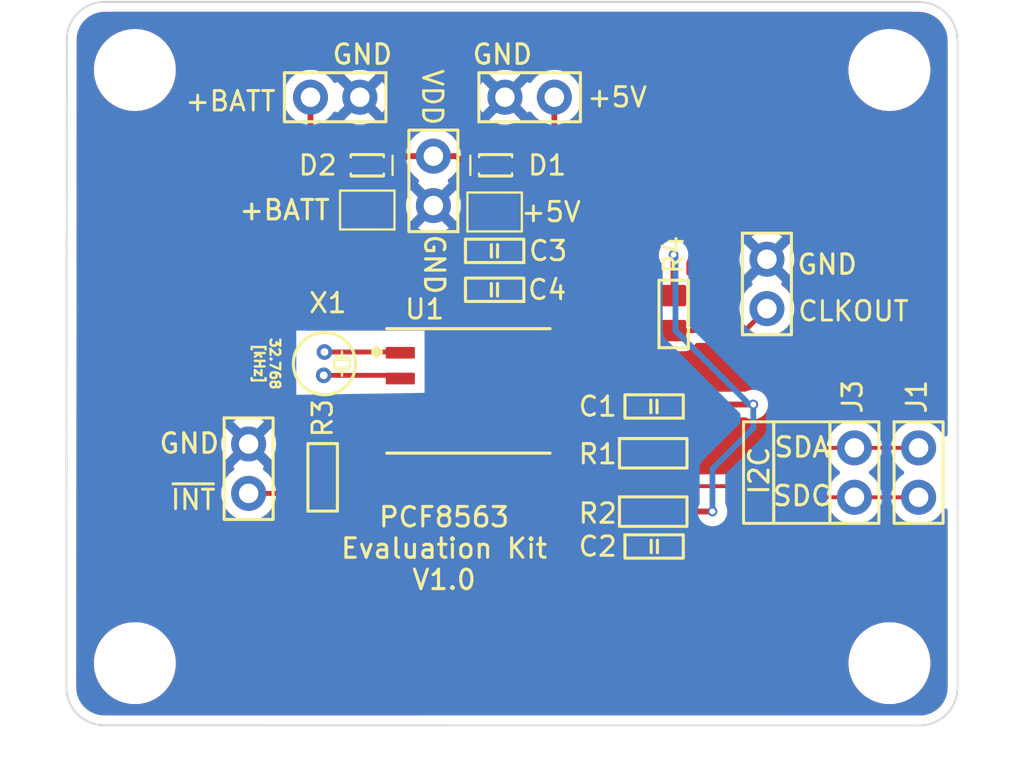
<source format=kicad_pcb>
(kicad_pcb (version 20211014) (generator pcbnew)
  (layers (0 "F.Cu" signal) (31 "B.Cu" signal) (34 "B.Paste" user) (35 "F.Paste" user) (36 "B.SilkS" user "B.Silkscreen") (37 "F.SilkS" user "F.Silkscreen") (38 "B.Mask" user) (39 "F.Mask" user) (44 "Edge.Cuts" user))
  (net 0 "")
  (net 1 "GND")
  (net 2 "/I2C_SCL")
  (net 3 "/I2C_SDA")
  (net 4 "VDD")
  (net 5 "+5V")
  (net 6 "+BATT")
  (net 7 "/CLKOUT")
  (net 8 "/CLKI")
  (net 9 "/CLKO")
  (net 10 "/~{INT}")
  (footprint "workshop_footprints:D0603" (layer "F.Cu") (at 119.65 78.4)
    (fp_text reference "D2" (at -2.55 0 unlocked) (layer "F.SilkS"))
    (fp_text value "D")
    (fp_line (start -0.85 -0.55) (end -0.85 -0.41) (layer "F.SilkS") (width 0.12))
    (fp_line (start 0.85 0.42) (end 0.85 0.56) (layer "F.SilkS") (width 0.12))
    (fp_line (start 0.85 -0.55) (end 0.85 -0.42) (layer "F.SilkS") (width 0.12))
    (fp_line (start 0.8 0.55) (end -0.8 0.55) (layer "F.SilkS") (width 0.16))
    (fp_line (start 1.3 -0.5) (end 1.3 0.5) (layer "F.SilkS") (width 0.12))
    (fp_line (start 0.8 -0.55) (end -0.8 -0.55) (layer "F.SilkS") (width 0.16))
    (fp_line (start -0.85 0.42) (end -0.85 0.56) (layer "F.SilkS") (width 0.12))
    (pad "1" smd roundrect (at -0.8 0) (size 0.7 0.7) (layers "F.Cu" "F.Paste" "F.Mask") (roundrect_rratio 0.1) (net 6 "+BATT"))
    (pad "2" smd roundrect (at 0.8 0) (size 0.7 0.7) (layers "F.Cu" "F.Paste" "F.Mask") (roundrect_rratio 0.1) (net 4 "VDD"))
  )
  (footprint "footprints:MountingHole_3.2mm_M3" (layer "F.Cu") (at 146.5 73.5)
    (fp_text reference "H2" hide)
    (fp_text value "MountingHole_Pad")
    (pad "" np_thru_hole circle (at 0 0) (size 3.2 3.2) (drill 3.2) (layers *.Cu *.Mask))
  )
  (footprint "footprints:MountingHole_3.2mm_M3" (layer "F.Cu") (at 107.7 73.5)
    (fp_text reference "H1" hide)
    (fp_text value "MountingHole_Pad")
    (pad "" np_thru_hole circle (at 0 0) (size 3.2 3.2) (drill 3.2) (layers *.Cu *.Mask))
  )
  (footprint "workshop_footprints:CONN_2P" (layer "F.Cu") (at 113.55 94 90)
    (fp_text reference "~{INT}" (at -1.6 -2.85 unlocked) (layer "F.SilkS"))
    (fp_text value "CONN_2P")
    (fp_rect (start 2.61 -1.26) (end -2.61 1.26) (layer "F.SilkS") (width 0.16) (fill none))
    (pad "1" thru_hole circle (at -1.27 0 90) (size 1.8 1.8) (drill 1) (layers *.Cu *.Mask) (net 10 "/~{INT}"))
    (pad "2" thru_hole circle (at 1.27 0 90) (size 1.8 1.8) (drill 1) (layers *.Cu *.Mask) (net 1 "GND"))
  )
  (footprint "workshop_footprints:CRYSTAL_DT38" (layer "F.Cu") (at 117.45 88.6 -90)
    (fp_text reference "X1" (at -3.12 -0.17 unlocked) (layer "F.SilkS"))
    (fp_text value "32.768 kHz")
    (fp_line (start 0.62 -0.9) (end 0.36 -0.9) (layer "F.SilkS") (width 0.12))
    (fp_line (start -0.37 -0.9) (end -0.63 -0.9) (layer "F.SilkS") (width 0.12))
    (fp_line (start 0.36 -1.2) (end 0.36 -0.6) (layer "F.SilkS") (width 0.12))
    (fp_line (start -0.36 -1.2) (end -0.36 -0.6) (layer "F.SilkS") (width 0.12))
    (fp_rect (start -0.2 -1.3) (end 0.2 -0.5) (layer "F.SilkS") (width 0.12) (fill none))
    (fp_circle (center 0 0) (end 1.6 0) (layer "F.SilkS") (width 0.16) (fill none))
    (pad "1" thru_hole circle (at -0.6 0 270) (size 0.8 0.8) (drill 0.4) (layers *.Cu *.Mask) (net 8 "/CLKI"))
    (pad "2" thru_hole circle (at 0.6 0.04 270) (size 0.8 0.8) (drill 0.4) (layers *.Cu *.Mask) (net 9 "/CLKO"))
  )
  (footprint "workshop_footprints:R0603" (layer "F.Cu") (at 135.4 86 90)
    (fp_text reference "R4" (at 3 0 90 unlocked) (layer "F.SilkS"))
    (fp_text value "2.2k")
    (fp_rect (start -1.78 -0.75) (end 1.69 0.765) (layer "F.SilkS") (width 0.16) (fill none))
    (pad "1" smd roundrect (at -0.9 0 90) (size 1.1 1.3) (layers "F.Cu" "F.Paste" "F.Mask") (roundrect_rratio 0.1) (net 7 "/CLKOUT"))
    (pad "2" smd roundrect (at 0.9 0 270) (size 1.1 1.3) (layers "F.Cu" "F.Paste" "F.Mask") (roundrect_rratio 0.1) (net 4 "VDD"))
  )
  (footprint "workshop_footprints:C0603" (layer "F.Cu") (at 134.4 90.8 180)
    (fp_text reference "C1" (at 2.9 0 unlocked) (layer "F.SilkS"))
    (fp_text value "10pF 1%")
    (fp_line (start -0.15 -0.32) (end -0.15 0.32) (layer "F.SilkS") (width 0.16))
    (fp_line (start 0.17 -0.32) (end 0.17 0.32) (layer "F.SilkS") (width 0.16))
    (fp_rect (start -1.5 -0.6) (end 1.5 0.6) (layer "F.SilkS") (width 0.16) (fill none))
    (pad "1" smd roundrect (at -0.85 0 180) (size 1 0.8) (layers "F.Cu" "F.Paste" "F.Mask") (roundrect_rratio 0.1) (net 1 "GND"))
    (pad "2" smd roundrect (at 0.85 0 180) (size 1 0.8) (layers "F.Cu" "F.Paste" "F.Mask") (roundrect_rratio 0.1) (net 2 "/I2C_SCL"))
  )
  (footprint "workshop_footprints:PCF8563_SO8" (layer "F.Cu") (at 124.85 90 -90)
    (fp_text reference "U1" (at -4.2 2.25 unlocked) (layer "F.SilkS"))
    (fp_text value "PCF8563")
    (fp_line (start 3.2 4.2) (end 3.2 -4.2) (layer "F.SilkS") (width 0.16))
    (fp_line (start -3.2 4.2) (end -3.2 -4.2) (layer "F.SilkS") (width 0.16))
    (fp_circle (center -2 4.7) (end -1.776393 4.7) (layer "F.SilkS") (width 0.16) (fill solid))
    (pad "1" smd roundrect (at -1.96 3.5 270) (size 0.6 1.5) (layers "F.Cu" "F.Paste" "F.Mask") (roundrect_rratio 0.1) (net 8 "/CLKI"))
    (pad "2" smd roundrect (at -0.635 3.5 270) (size 0.6 1.5) (layers "F.Cu" "F.Paste" "F.Mask") (roundrect_rratio 0.1) (net 9 "/CLKO"))
    (pad "3" smd roundrect (at 0.635 3.5 270) (size 0.6 1.5) (layers "F.Cu" "F.Paste" "F.Mask") (roundrect_rratio 0.1) (net 10 "/~{INT}"))
    (pad "4" smd roundrect (at 1.905 3.5 270) (size 0.6 1.5) (layers "F.Cu" "F.Paste" "F.Mask") (roundrect_rratio 0.1) (net 1 "GND"))
    (pad "5" smd roundrect (at 1.905 -3.5 270) (size 0.6 1.5) (layers "F.Cu" "F.Paste" "F.Mask") (roundrect_rratio 0.1) (net 3 "/I2C_SDA"))
    (pad "6" smd roundrect (at 0.635 -3.5 270) (size 0.6 1.5) (layers "F.Cu" "F.Paste" "F.Mask") (roundrect_rratio 0.1) (net 2 "/I2C_SCL"))
    (pad "7" smd roundrect (at -0.635 -3.5 270) (size 0.6 1.5) (layers "F.Cu" "F.Paste" "F.Mask") (roundrect_rratio 0.1) (net 7 "/CLKOUT"))
    (pad "8" smd roundrect (at -1.96 -3.5 270) (size 0.6 1.5) (layers "F.Cu" "F.Paste" "F.Mask") (roundrect_rratio 0.1) (net 4 "VDD"))
  )
  (footprint "workshop_footprints:CONN_2P" (layer "F.Cu") (at 118 74.9)
    (fp_text reference "+BATT" (at -5.38 0.2 unlocked) (layer "F.SilkS"))
    (fp_text value "CONN_2P")
    (fp_rect (start 2.61 -1.26) (end -2.61 1.26) (layer "F.SilkS") (width 0.16) (fill none))
    (pad "1" thru_hole circle (at -1.27 0) (size 1.8 1.8) (drill 1) (layers *.Cu *.Mask) (net 6 "+BATT"))
    (pad "2" thru_hole circle (at 1.27 0) (size 1.8 1.8) (drill 1) (layers *.Cu *.Mask) (net 1 "GND"))
  )
  (footprint "Jumper:SolderJumper-2_P1.3mm_Bridged2Bar_Pad1.0x1.5mm" (layer "F.Cu") (at 126.2 80.8)
    (fp_text reference "+5V" (at 2.9 0 180) (layer "F.SilkS"))
    (fp_text value "SolderJumper_2_Open")
    (fp_poly (pts (xy -0.25 -0.6) (xy 0.25 -0.6) (xy 0.25 -0.2) (xy -0.25 -0.2)) (layer "F.Cu") (width 0) (fill solid))
    (fp_poly (pts (xy -0.25 0.2) (xy 0.25 0.2) (xy 0.25 0.6) (xy -0.25 0.6)) (layer "F.Cu") (width 0) (fill solid))
    (fp_line (start -1.4 1) (end -1.4 -1) (layer "F.SilkS") (width 0.12))
    (fp_line (start 1.4 -1) (end 1.4 1) (layer "F.SilkS") (width 0.12))
    (fp_line (start -1.4 -1) (end 1.4 -1) (layer "F.SilkS") (width 0.12))
    (fp_line (start 1.4 1) (end -1.4 1) (layer "F.SilkS") (width 0.12))
    (pad "1" smd rect (at -0.65 0) (size 1 1.5) (layers "F.Cu" "F.Mask") (net 4 "VDD"))
    (pad "2" smd rect (at 0.65 0) (size 1 1.5) (layers "F.Cu" "F.Mask") (net 5 "+5V"))
  )
  (footprint "workshop_footprints:CONN_2P" (layer "F.Cu") (at 123.05 79.2 -90)
    (fp_text reference "VDD" (at -4.3 0.05 -90 unlocked) (layer "F.SilkS"))
    (fp_text value "CONN_2P")
    (fp_rect (start 2.61 -1.26) (end -2.61 1.26) (layer "F.SilkS") (width 0.16) (fill none))
    (pad "1" thru_hole circle (at -1.27 0 270) (size 1.8 1.8) (drill 1) (layers *.Cu *.Mask) (net 4 "VDD"))
    (pad "2" thru_hole circle (at 1.27 0 270) (size 1.8 1.8) (drill 1) (layers *.Cu *.Mask) (net 1 "GND"))
  )
  (footprint "workshop_footprints:R0603" (layer "F.Cu") (at 134.4 93.2)
    (fp_text reference "R1" (at -2.9 0.05 unlocked) (layer "F.SilkS"))
    (fp_text value "2.2k")
    (fp_rect (start -1.78 -0.75) (end 1.69 0.765) (layer "F.SilkS") (width 0.16) (fill none))
    (pad "1" smd roundrect (at -0.9 0) (size 1.1 1.3) (layers "F.Cu" "F.Paste" "F.Mask") (roundrect_rratio 0.1) (net 2 "/I2C_SCL"))
    (pad "2" smd roundrect (at 0.9 0 180) (size 1.1 1.3) (layers "F.Cu" "F.Paste" "F.Mask") (roundrect_rratio 0.1) (net 4 "VDD"))
  )
  (footprint "Jumper:SolderJumper-2_P1.3mm_Bridged2Bar_Pad1.0x1.5mm" (layer "F.Cu") (at 119.65 80.7 180)
    (fp_text reference "+BATT" (at 4.25 0) (layer "F.SilkS") (effects (font (thickness 0.16))))
    (fp_text value "SolderJumper_2_Open")
    (fp_poly (pts (xy -0.25 -0.6) (xy 0.25 -0.6) (xy 0.25 -0.2) (xy -0.25 -0.2)) (layer "F.Cu") (width 0) (fill solid))
    (fp_poly (pts (xy -0.25 0.2) (xy 0.25 0.2) (xy 0.25 0.6) (xy -0.25 0.6)) (layer "F.Cu") (width 0) (fill solid))
    (fp_line (start 1.4 -1) (end 1.4 1) (layer "F.SilkS") (width 0.12))
    (fp_line (start -1.4 1) (end -1.4 -1) (layer "F.SilkS") (width 0.12))
    (fp_line (start -1.4 -1) (end 1.4 -1) (layer "F.SilkS") (width 0.12))
    (fp_line (start 1.4 1) (end -1.4 1) (layer "F.SilkS") (width 0.12))
    (pad "1" smd rect (at -0.65 0 180) (size 1 1.5) (layers "F.Cu" "F.Mask") (net 4 "VDD"))
    (pad "2" smd rect (at 0.65 0 180) (size 1 1.5) (layers "F.Cu" "F.Mask") (net 6 "+BATT"))
  )
  (footprint "footprints:MountingHole_3.2mm_M3" (layer "F.Cu") (at 107.7 104)
    (fp_text reference "H3" hide)
    (fp_text value "MountingHole_Pad")
    (pad "" np_thru_hole circle (at 0 0) (size 3.2 3.2) (drill 3.2) (layers *.Cu *.Mask))
  )
  (footprint "workshop_footprints:R0603" (layer "F.Cu") (at 117.35 94.4 90)
    (fp_text reference "R3" (at 3 0 90 unlocked) (layer "F.SilkS"))
    (fp_text value "2.2k")
    (fp_rect (start -1.78 -0.75) (end 1.69 0.765) (layer "F.SilkS") (width 0.16) (fill none))
    (pad "1" smd roundrect (at -0.9 0 90) (size 1.1 1.3) (layers "F.Cu" "F.Paste" "F.Mask") (roundrect_rratio 0.1) (net 10 "/~{INT}"))
    (pad "2" smd roundrect (at 0.9 0 270) (size 1.1 1.3) (layers "F.Cu" "F.Paste" "F.Mask") (roundrect_rratio 0.1) (net 4 "VDD"))
  )
  (footprint "workshop_footprints:CONN_2P" (layer "F.Cu") (at 148 94.2 90)
    (fp_text reference "J1" (at 3.9 -0.1 90 unlocked) (layer "F.SilkS"))
    (fp_text value "CONN_2P")
    (fp_rect (start 2.61 -1.26) (end -2.61 1.26) (layer "F.SilkS") (width 0.16) (fill none))
    (pad "1" thru_hole circle (at -1.27 0 90) (size 1.8 1.8) (drill 1) (layers *.Cu *.Mask) (net 3 "/I2C_SDA"))
    (pad "2" thru_hole circle (at 1.27 0 90) (size 1.8 1.8) (drill 1) (layers *.Cu *.Mask) (net 2 "/I2C_SCL"))
  )
  (footprint "Fiducial:Fiducial_0.5mm_Mask1.5mm" (layer "F.Cu") (at 116.55 101.4)
    (fp_text reference "FID2" hide)
    (fp_text value "Fiducial")
    (pad "" smd circle (at 0 0) (size 0.5 0.5) (layers "F.Cu" "F.Mask") (clearance 0.5))
  )
  (footprint "footprints:MountingHole_3.2mm_M3" (layer "F.Cu") (at 146.5 104)
    (fp_text reference "H4" hide)
    (fp_text value "MountingHole_Pad")
    (pad "" np_thru_hole circle (at 0 0) (size 3.2 3.2) (drill 3.2) (layers *.Cu *.Mask))
  )
  (footprint "workshop_footprints:CONN_2P" (layer "F.Cu") (at 128 74.9 180)
    (fp_text reference "+5V" (at -4.5 0 unlocked) (layer "F.SilkS"))
    (fp_text value "CONN_2P")
    (fp_rect (start 2.61 -1.26) (end -2.61 1.26) (layer "F.SilkS") (width 0.16) (fill none))
    (pad "1" thru_hole circle (at -1.27 0 180) (size 1.8 1.8) (drill 1) (layers *.Cu *.Mask) (net 5 "+5V"))
    (pad "2" thru_hole circle (at 1.27 0 180) (size 1.8 1.8) (drill 1) (layers *.Cu *.Mask) (net 1 "GND"))
  )
  (footprint "Fiducial:Fiducial_0.5mm_Mask1.5mm" (layer "F.Cu") (at 140.85 78.4)
    (fp_text reference "FID3" hide)
    (fp_text value "Fiducial")
    (pad "" smd circle (at 0 0) (size 0.5 0.5) (layers "F.Cu" "F.Mask") (clearance 0.5))
  )
  (footprint "Fiducial:Fiducial_0.5mm_Mask1.5mm" (layer "F.Cu") (at 141.05 101.6)
    (fp_text reference "FID1" hide)
    (fp_text value "Fiducial")
    (pad "" smd circle (at 0 0) (size 0.5 0.5) (layers "F.Cu" "F.Mask") (clearance 0.5))
  )
  (footprint "workshop_footprints:D0603" (layer "F.Cu") (at 126.25 78.4 180)
    (fp_text reference "D1" (at -2.65 0 unlocked) (layer "F.SilkS"))
    (fp_text value "D")
    (fp_line (start 1.3 -0.5) (end 1.3 0.5) (layer "F.SilkS") (width 0.12))
    (fp_line (start 0.8 0.55) (end -0.8 0.55) (layer "F.SilkS") (width 0.16))
    (fp_line (start -0.85 0.42) (end -0.85 0.56) (layer "F.SilkS") (width 0.12))
    (fp_line (start 0.85 0.42) (end 0.85 0.56) (layer "F.SilkS") (width 0.12))
    (fp_line (start 0.8 -0.55) (end -0.8 -0.55) (layer "F.SilkS") (width 0.16))
    (fp_line (start -0.85 -0.55) (end -0.85 -0.41) (layer "F.SilkS") (width 0.12))
    (fp_line (start 0.85 -0.55) (end 0.85 -0.42) (layer "F.SilkS") (width 0.12))
    (pad "1" smd roundrect (at -0.8 0 180) (size 0.7 0.7) (layers "F.Cu" "F.Paste" "F.Mask") (roundrect_rratio 0.1) (net 5 "+5V"))
    (pad "2" smd roundrect (at 0.8 0 180) (size 0.7 0.7) (layers "F.Cu" "F.Paste" "F.Mask") (roundrect_rratio 0.1) (net 4 "VDD"))
  )
  (footprint "workshop_footprints:CONN_2P" (layer "F.Cu") (at 144.7 94.2 90)
    (fp_text reference "J3" (at 3.9 -0.1 90 unlocked) (layer "F.SilkS"))
    (fp_text value "CONN_2P")
    (fp_rect (start 2.61 -1.26) (end -2.61 1.26) (layer "F.SilkS") (width 0.16) (fill none))
    (pad "1" thru_hole circle (at -1.27 0 90) (size 1.8 1.8) (drill 1) (layers *.Cu *.Mask) (net 3 "/I2C_SDA"))
    (pad "2" thru_hole circle (at 1.27 0 90) (size 1.8 1.8) (drill 1) (layers *.Cu *.Mask) (net 2 "/I2C_SCL"))
  )
  (footprint "workshop_footprints:C0603" (layer "F.Cu") (at 126.2 82.8 180)
    (fp_text reference "C3" (at -2.75 0 unlocked) (layer "F.SilkS"))
    (fp_text value "100nF")
    (fp_line (start -0.15 -0.32) (end -0.15 0.32) (layer "F.SilkS") (width 0.16))
    (fp_line (start 0.17 -0.32) (end 0.17 0.32) (layer "F.SilkS") (width 0.16))
    (fp_rect (start -1.5 -0.6) (end 1.5 0.6) (layer "F.SilkS") (width 0.16) (fill none))
    (pad "1" smd roundrect (at -0.85 0 180) (size 1 0.8) (layers "F.Cu" "F.Paste" "F.Mask") (roundrect_rratio 0.1) (net 1 "GND"))
    (pad "2" smd roundrect (at 0.85 0 180) (size 1 0.8) (layers "F.Cu" "F.Paste" "F.Mask") (roundrect_rratio 0.1) (net 4 "VDD"))
  )
  (footprint "workshop_footprints:R0603" (layer "F.Cu") (at 134.4 96.2)
    (fp_text reference "R2" (at -2.9 0.1 unlocked) (layer "F.SilkS"))
    (fp_text value "2.2k")
    (fp_rect (start -1.78 -0.75) (end 1.69 0.765) (layer "F.SilkS") (width 0.16) (fill none))
    (pad "1" smd roundrect (at -0.9 0) (size 1.1 1.3) (layers "F.Cu" "F.Paste" "F.Mask") (roundrect_rratio 0.1) (net 3 "/I2C_SDA"))
    (pad "2" smd roundrect (at 0.9 0 180) (size 1.1 1.3) (layers "F.Cu" "F.Paste" "F.Mask") (roundrect_rratio 0.1) (net 4 "VDD"))
  )
  (footprint "workshop_footprints:C0603" (layer "F.Cu") (at 126.2 84.8 180)
    (fp_text reference "C4" (at -2.7 0 unlocked) (layer "F.SilkS"))
    (fp_text value "100nF")
    (fp_line (start 0.17 -0.32) (end 0.17 0.32) (layer "F.SilkS") (width 0.16))
    (fp_line (start -0.15 -0.32) (end -0.15 0.32) (layer "F.SilkS") (width 0.16))
    (fp_rect (start -1.5 -0.6) (end 1.5 0.6) (layer "F.SilkS") (width 0.16) (fill none))
    (pad "1" smd roundrect (at -0.85 0 180) (size 1 0.8) (layers "F.Cu" "F.Paste" "F.Mask") (roundrect_rratio 0.1) (net 1 "GND"))
    (pad "2" smd roundrect (at 0.85 0 180) (size 1 0.8) (layers "F.Cu" "F.Paste" "F.Mask") (roundrect_rratio 0.1) (net 4 "VDD"))
  )
  (footprint "workshop_footprints:CONN_2P" (layer "F.Cu") (at 140.2 84.5 90)
    (fp_text reference "CLKOUT" (at -1.4 4.45 unlocked) (layer "F.SilkS"))
    (fp_text value "CONN_2P")
    (fp_rect (start 2.61 -1.26) (end -2.61 1.26) (layer "F.SilkS") (width 0.16) (fill none))
    (pad "1" thru_hole circle (at -1.27 0 90) (size 1.8 1.8) (drill 1) (layers *.Cu *.Mask) (net 7 "/CLKOUT"))
    (pad "2" thru_hole circle (at 1.27 0 90) (size 1.8 1.8) (drill 1) (layers *.Cu *.Mask) (net 1 "GND"))
  )
  (footprint "workshop_footprints:C0603" (layer "F.Cu") (at 134.4 98)
    (fp_text reference "C2" (at -2.9 0 unlocked) (layer "F.SilkS"))
    (fp_text value "10pF 1%")
    (fp_line (start -0.15 -0.32) (end -0.15 0.32) (layer "F.SilkS") (width 0.16))
    (fp_line (start 0.17 -0.32) (end 0.17 0.32) (layer "F.SilkS") (width 0.16))
    (fp_rect (start -1.5 -0.6) (end 1.5 0.6) (layer "F.SilkS") (width 0.16) (fill none))
    (pad "1" smd roundrect (at -0.85 0) (size 1 0.8) (layers "F.Cu" "F.Paste" "F.Mask") (roundrect_rratio 0.1) (net 1 "GND"))
    (pad "2" smd roundrect (at 0.85 0) (size 1 0.8) (layers "F.Cu" "F.Paste" "F.Mask") (roundrect_rratio 0.1) (net 3 "/I2C_SDA"))
  )
  (gr_rect (start 140.55 91.59) (end 143.44 96.81) (layer "F.SilkS") (width 0.15) (fill none))
  (gr_rect (start 139 91.59) (end 140.55 96.81) (layer "F.SilkS") (width 0.15) (fill none))
  (gr_arc (start 106.079131 107.192325) (mid 104.714917 106.585828) (end 104.179131 105.192325) (layer "Edge.Cuts") (width 0.1))
  (gr_arc (start 148 70) (mid 149.414214 70.585786) (end 150 72) (layer "Edge.Cuts") (width 0.1))
  (gr_line (start 104.2 71.9) (end 104.179131 105.192325) (layer "Edge.Cuts") (width 0.1))
  (gr_line (start 106.079131 107.192325) (end 148 107.2) (layer "Edge.Cuts") (width 0.1))
  (gr_line (start 148 70) (end 106.2 70) (layer "Edge.Cuts") (width 0.1))
  (gr_arc (start 104.2 71.9) (mid 104.806497 70.535786) (end 106.2 70) (layer "Edge.Cuts") (width 0.1))
  (gr_arc (start 150 105.3) (mid 149.393503 106.664214) (end 148 107.2) (layer "Edge.Cuts") (width 0.1))
  (gr_line (start 150 105.3) (end 150 72) (layer "Edge.Cuts") (width 0.1))
  (gr_text "Redon Tahiri\n" (at 127.3 104) (layer "F.Cu") (effects (font (size 1 1) (thickness 0.2))))
  (gr_text "I2C" (at 139.8 94.1 90) (layer "F.SilkS") (effects (font (size 1 1) (thickness 0.16))))
  (gr_text "SDC" (at 142 95.4) (layer "F.SilkS") (effects (font (size 1 1) (thickness 0.16))))
  (gr_text "PCF8563\nEvaluation Kit\nV1.0" (at 123.6 98.1) (layer "F.SilkS") (effects (font (size 1 1) (thickness 0.16))))
  (gr_text "SDA" (at 142 92.9) (layer "F.SilkS") (effects (font (size 1 1) (thickness 0.16))))
  (gr_text "GND" (at 110.5 92.7) (layer "F.SilkS") (effects (font (size 1 1) (thickness 0.16))))
  (gr_text "GND" (at 123.1 83.5 270) (layer "F.SilkS") (effects (font (size 1 1) (thickness 0.16))))
  (gr_text "GND" (at 119.4 72.7) (layer "F.SilkS") (effects (font (size 1 1) (thickness 0.16))))
  (gr_text "GND" (at 126.6 72.7) (layer "F.SilkS") (effects (font (size 1 1) (thickness 0.16))))
  (gr_text "32.768\n[kHz]" (at 114.5 88.6 270) (layer "F.SilkS") (effects (font (size 0.5 0.5) (thickness 0.125))))
  (gr_text "GND" (at 143.3 83.5) (layer "F.SilkS") (effects (font (size 1 1) (thickness 0.16))))
  (segment (start 127.25 83.05) (end 127 82.8) (width 0.25) (layer "F.Cu") (net 1))
  (segment (start 134.5 94.9) (end 139 94.9) (width 0.2) (layer "F.Cu") (net 2))
  (segment (start 133.385 90.635) (end 133.55 90.8) (width 0.2) (layer "F.Cu") (net 2))
  (segment (start 133.55 93.15) (end 133.55 90.8) (width 0.2) (layer "F.Cu") (net 2))
  (segment (start 144.7 92.93) (end 148 92.93) (width 0.2) (layer "F.Cu") (net 2))
  (segment (start 133.5 93.2) (end 133.55 93.15) (width 0.2) (layer "F.Cu") (net 2))
  (segment (start 133.5 93.2) (end 133.5 93.9) (width 0.2) (layer "F.Cu") (net 2))
  (segment (start 128.35 90.635) (end 133.385 90.635) (width 0.2) (layer "F.Cu") (net 2))
  (segment (start 140.97 92.93) (end 144.7 92.93) (width 0.2) (layer "F.Cu") (net 2))
  (segment (start 133.5 93.9) (end 134.5 94.9) (width 0.2) (layer "F.Cu") (net 2))
  (segment (start 139 94.9) (end 140.97 92.93) (width 0.2) (layer "F.Cu") (net 2))
  (segment (start 144.7 95.47) (end 148 95.47) (width 0.2) (layer "F.Cu") (net 3))
  (segment (start 133.5 96.2) (end 135.25 97.95) (width 0.2) (layer "F.Cu") (net 3))
  (segment (start 138.5 98) (end 141.03 95.47) (width 0.2) (layer "F.Cu") (net 3))
  (segment (start 131 93.7) (end 133.5 96.2) (width 0.2) (layer "F.Cu") (net 3))
  (segment (start 131 92.7) (end 131 93.7) (width 0.2) (layer "F.Cu") (net 3))
  (segment (start 128.35 91.905) (end 130.205 91.905) (width 0.2) (layer "F.Cu") (net 3))
  (segment (start 135.25 97.95) (end 135.25 98) (width 0.2) (layer "F.Cu") (net 3))
  (segment (start 141.03 95.47) (end 144.7 95.47) (width 0.2) (layer "F.Cu") (net 3))
  (segment (start 135.15 98) (end 138.5 98) (width 0.2) (layer "F.Cu") (net 3))
  (segment (start 130.205 91.905) (end 131 92.7) (width 0.2) (layer "F.Cu") (net 3))
  (segment (start 123.05 77.93) (end 121.67 77.93) (width 0.3) (layer "F.Cu") (net 4))
  (segment (start 121.2 78.4) (end 120.45 78.4) (width 0.3) (layer "F.Cu") (net 4))
  (segment (start 137.8 90.7) (end 139.5 90.7) (width 0.3) (layer "F.Cu") (net 4))
  (segment (start 117.6 82.5) (end 119.9 82.5) (width 0.3) (layer "F.Cu") (net 4))
  (segment (start 115.7 92.9) (end 115.7 84.4) (width 0.3) (layer "F.Cu") (net 4))
  (segment (start 116.3 93.5) (end 115.7 92.9) (width 0.3) (layer "F.Cu") (net 4))
  (segment (start 125.55 82.55) (end 125.3 82.8) (width 0.3) (layer "F.Cu") (net 4))
  (segment (start 133.3 85.1) (end 135.4 85.1) (width 0.3) (layer "F.Cu") (net 4))
  (segment (start 125.55 85.24) (end 128.35 88.04) (width 0.3) (layer "F.Cu") (net 4))
  (segment (start 121.67 77.93) (end 121.2 78.4) (width 0.3) (layer "F.Cu") (net 4))
  (segment (start 123.05 77.93) (end 124.23 77.93) (width 0.3) (layer "F.Cu") (net 4))
  (segment (start 135.4 83) (end 135.4 85.1) (width 0.3) (layer "F.Cu") (net 4))
  (segment (start 119.9 82.5) (end 120.3 82.1) (width 0.3) (layer "F.Cu") (net 4))
  (segment (start 120.3 78.55) (end 120.45 78.4) (width 0.3) (layer "F.Cu") (net 4))
  (segment (start 124.23 77.93) (end 124.7 78.4) (width 0.3) (layer "F.Cu") (net 4))
  (segment (start 125.55 82.6) (end 125.35 82.8) (width 0.3) (layer "F.Cu") (net 4))
  (segment (start 125.45 80.7) (end 125.55 80.8) (width 0.3) (layer "F.Cu") (net 4))
  (segment (start 115.7 84.4) (end 117.6 82.5) (width 0.3) (layer "F.Cu") (net 4))
  (segment (start 128.35 88.04) (end 130.36 88.04) (width 0.3) (layer "F.Cu") (net 4))
  (segment (start 120.3 80.7) (end 120.3 78.55) (width 0.3) (layer "F.Cu") (net 4))
  (segment (start 117.35 93.5) (end 116.3 93.5) (width 0.3) (layer "F.Cu") (net 4))
  (segment (start 125.35 82.8) (end 125.35 84.8) (width 0.3) (layer "F.Cu") (net 4))
  (segment (start 130.36 88.04) (end 133.3 85.1) (width 0.3) (layer "F.Cu") (net 4))
  (segment (start 125.55 80.8) (end 125.55 82.6) (width 0.3) (layer "F.Cu") (net 4))
  (segment (start 135.3 93.2) (end 137.8 90.7) (width 0.3) (layer "F.Cu") (net 4))
  (segment (start 124.7 78.4) (end 125.45 78.4) (width 0.3) (layer "F.Cu") (net 4))
  (segment (start 120.3 82.1) (end 120.3 80.7) (width 0.3) (layer "F.Cu") (net 4))
  (segment (start 125.45 78.4) (end 125.45 80.7) (width 0.3) (layer "F.Cu") (net 4))
  (segment (start 137.4 96.2) (end 135.3 96.2) (width 0.3) (layer "F.Cu") (net 4))
  (via (at 139.5 90.7) (size 0.5) (drill 0.3) (layers "F.Cu" "B.Cu") (net 4))
  (via (at 137.4 96.2) (size 0.5) (drill 0.3) (layers "F.Cu" "B.Cu") (net 4))
  (via (at 135.4 83) (size 0.5) (drill 0.3) (layers "F.Cu" "B.Cu") (net 4))
  (segment (start 139.5 91.912924) (end 139.5 90.7) (width 0.3) (layer "B.Cu") (net 4))
  (segment (start 137.4 96.2) (end 137.4 94.012924) (width 0.3) (layer "B.Cu") (net 4))
  (segment (start 135.4 83) (end 135.5 83.1) (width 0.3) (layer "B.Cu") (net 4))
  (segment (start 137.4 94.012924) (end 139.5 91.912924) (width 0.3) (layer "B.Cu") (net 4))
  (segment (start 135.5 83.1) (end 135.5 86.9) (width 0.3) (layer "B.Cu") (net 4))
  (segment (start 139.3 90.7) (end 139.5 90.7) (width 0.3) (layer "B.Cu") (net 4))
  (segment (start 135.5 86.9) (end 139.3 90.7) (width 0.3) (layer "B.Cu") (net 4))
  (segment (start 129.3 77.9) (end 129.27 77.87) (width 0.3) (layer "F.Cu") (net 5))
  (segment (start 128.8 78.4) (end 129.3 77.9) (width 0.3) (layer "F.Cu") (net 5))
  (segment (start 126.85 78.6) (end 127.05 78.4) (width 0.3) (layer "F.Cu") (net 5))
  (segment (start 127.05 78.4) (end 128.8 78.4) (width 0.3) (layer "F.Cu") (net 5))
  (segment (start 129.27 77.87) (end 129.27 74.9) (width 0.3) (layer "F.Cu") (net 5))
  (segment (start 126.85 80.8) (end 126.85 78.6) (width 0.3) (layer "F.Cu") (net 5))
  (segment (start 117.5 78.4) (end 116.73 77.63) (width 0.3) (layer "F.Cu") (net 6))
  (segment (start 116.73 77.63) (end 116.73 74.9) (width 0.3) (layer "F.Cu") (net 6))
  (segment (start 119 80.7) (end 119 78.55) (width 0.3) (layer "F.Cu") (net 6))
  (segment (start 118.85 78.4) (end 117.5 78.4) (width 0.3) (layer "F.Cu") (net 6))
  (segment (start 130.835 89.365) (end 133.3 86.9) (width 0.25) (layer "F.Cu") (net 7))
  (segment (start 133.3 86.9) (end 135.4 86.9) (width 0.25) (layer "F.Cu") (net 7))
  (segment (start 135.4 86.9) (end 139.07 86.9) (width 0.25) (layer "F.Cu") (net 7))
  (segment (start 128.35 89.365) (end 130.835 89.365) (width 0.25) (layer "F.Cu") (net 7))
  (segment (start 139.07 86.9) (end 140.2 85.77) (width 0.25) (layer "F.Cu") (net 7))
  (segment (start 121.35 88.04) (end 121.31 88) (width 0.25) (layer "F.Cu") (net 8))
  (segment (start 121.31 88) (end 117.45 88) (width 0.25) (layer "F.Cu") (net 8))
  (segment (start 117.41 89.2) (end 121.185 89.2) (width 0.25) (layer "F.Cu") (net 9))
  (segment (start 121.185 89.2) (end 121.35 89.365) (width 0.25) (layer "F.Cu") (net 9))
  (segment (start 119.3 91.2) (end 119.865 90.635) (width 0.25) (layer "F.Cu") (net 10))
  (segment (start 113.55 95.27) (end 117.32 95.27) (width 0.25) (layer "F.Cu") (net 10))
  (segment (start 117.32 95.27) (end 117.35 95.3) (width 0.25) (layer "F.Cu") (net 10))
  (segment (start 119.865 90.635) (end 121.35 90.635) (width 0.25) (layer "F.Cu") (net 10))
  (segment (start 117.35 95.3) (end 118.5 95.3) (width 0.25) (layer "F.Cu") (net 10))
  (segment (start 118.5 95.3) (end 119.3 94.5) (width 0.25) (layer "F.Cu") (net 10))
  (segment (start 119.3 94.5) (end 119.3 91.2) (width 0.25) (layer "F.Cu") (net 10))
  (zone (net 1) (net_name "GND") (layer "F.Cu") (connect_pads (clearance 0.508)) (min_thickness 0.254) (fill yes (thermal_gap 0.508) (thermal_bridge_width 0.508))
    (polygon (pts (xy 150 70) (xy 150 107.1) (xy 104.2 107.2) (xy 104.2 69.9)))
  )
  (zone (net 0) (net_name "") (layers F&B.Cu) (connect_pads (clearance 0)) (min_thickness 0.254)
    (keepout (tracks allowed) (vias allowed) (pads allowed) (copperpour not_allowed) (footprints allowed))
    (fill (thermal_gap 0.508) (thermal_bridge_width 0.508))
    (polygon (pts (xy 122.6 90.1) (xy 116 90.2) (xy 116 86.9) (xy 122.6 86.9)))
  )
  (zone (net 1) (net_name "GND") (layer "B.Cu") (connect_pads (clearance 0.508)) (min_thickness 0.254) (fill yes (thermal_gap 0.508) (thermal_bridge_width 0.508))
    (polygon (pts (xy 150 107.2) (xy 104.3 107.2) (xy 104.2 70) (xy 150 70)))
  )
)
</source>
